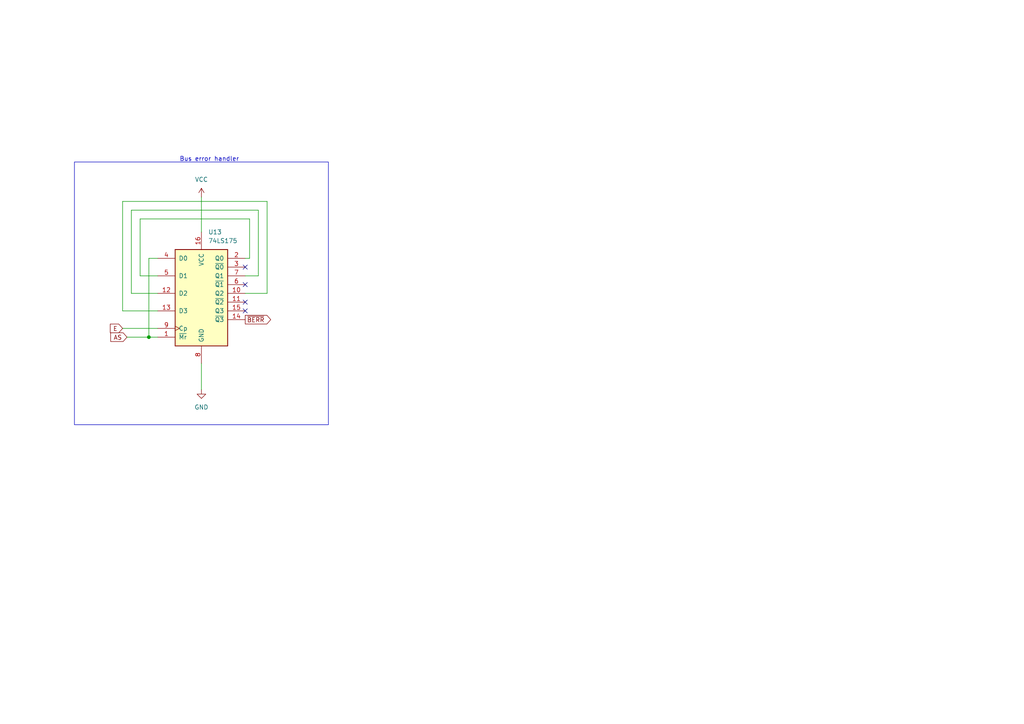
<source format=kicad_sch>
(kicad_sch (version 20230121) (generator eeschema)

  (uuid 2e100f25-c1f7-4aef-9a63-1c4bc3dfd5c0)

  (paper "A4")

  (title_block
    (title "Mats Brorson 68010 SBC Bus Arbitration")
    (date "2024-01-01")
    (rev "1.0-alpha")
  )

  (lib_symbols
    (symbol "74xx:74LS175" (pin_names (offset 1.016)) (in_bom yes) (on_board yes)
      (property "Reference" "U" (at -7.62 13.97 0)
        (effects (font (size 1.27 1.27)))
      )
      (property "Value" "74LS175" (at -7.62 -16.51 0)
        (effects (font (size 1.27 1.27)))
      )
      (property "Footprint" "" (at 0 0 0)
        (effects (font (size 1.27 1.27)) hide)
      )
      (property "Datasheet" "http://www.ti.com/lit/gpn/sn74LS175" (at 0 0 0)
        (effects (font (size 1.27 1.27)) hide)
      )
      (property "ki_locked" "" (at 0 0 0)
        (effects (font (size 1.27 1.27)))
      )
      (property "ki_keywords" "TTL REG REG4 DFF" (at 0 0 0)
        (effects (font (size 1.27 1.27)) hide)
      )
      (property "ki_description" "4-bit D Flip-Flop, reset" (at 0 0 0)
        (effects (font (size 1.27 1.27)) hide)
      )
      (property "ki_fp_filters" "DIP?16*" (at 0 0 0)
        (effects (font (size 1.27 1.27)) hide)
      )
      (symbol "74LS175_1_0"
        (pin input line (at -12.7 -12.7 0) (length 5.08)
          (name "~{Mr}" (effects (font (size 1.27 1.27))))
          (number "1" (effects (font (size 1.27 1.27))))
        )
        (pin output line (at 12.7 0 180) (length 5.08)
          (name "Q2" (effects (font (size 1.27 1.27))))
          (number "10" (effects (font (size 1.27 1.27))))
        )
        (pin output line (at 12.7 -2.54 180) (length 5.08)
          (name "~{Q2}" (effects (font (size 1.27 1.27))))
          (number "11" (effects (font (size 1.27 1.27))))
        )
        (pin input line (at -12.7 0 0) (length 5.08)
          (name "D2" (effects (font (size 1.27 1.27))))
          (number "12" (effects (font (size 1.27 1.27))))
        )
        (pin input line (at -12.7 -5.08 0) (length 5.08)
          (name "D3" (effects (font (size 1.27 1.27))))
          (number "13" (effects (font (size 1.27 1.27))))
        )
        (pin output line (at 12.7 -7.62 180) (length 5.08)
          (name "~{Q3}" (effects (font (size 1.27 1.27))))
          (number "14" (effects (font (size 1.27 1.27))))
        )
        (pin output line (at 12.7 -5.08 180) (length 5.08)
          (name "Q3" (effects (font (size 1.27 1.27))))
          (number "15" (effects (font (size 1.27 1.27))))
        )
        (pin power_in line (at 0 17.78 270) (length 5.08)
          (name "VCC" (effects (font (size 1.27 1.27))))
          (number "16" (effects (font (size 1.27 1.27))))
        )
        (pin output line (at 12.7 10.16 180) (length 5.08)
          (name "Q0" (effects (font (size 1.27 1.27))))
          (number "2" (effects (font (size 1.27 1.27))))
        )
        (pin output line (at 12.7 7.62 180) (length 5.08)
          (name "~{Q0}" (effects (font (size 1.27 1.27))))
          (number "3" (effects (font (size 1.27 1.27))))
        )
        (pin input line (at -12.7 10.16 0) (length 5.08)
          (name "D0" (effects (font (size 1.27 1.27))))
          (number "4" (effects (font (size 1.27 1.27))))
        )
        (pin input line (at -12.7 5.08 0) (length 5.08)
          (name "D1" (effects (font (size 1.27 1.27))))
          (number "5" (effects (font (size 1.27 1.27))))
        )
        (pin output line (at 12.7 2.54 180) (length 5.08)
          (name "~{Q1}" (effects (font (size 1.27 1.27))))
          (number "6" (effects (font (size 1.27 1.27))))
        )
        (pin output line (at 12.7 5.08 180) (length 5.08)
          (name "Q1" (effects (font (size 1.27 1.27))))
          (number "7" (effects (font (size 1.27 1.27))))
        )
        (pin power_in line (at 0 -20.32 90) (length 5.08)
          (name "GND" (effects (font (size 1.27 1.27))))
          (number "8" (effects (font (size 1.27 1.27))))
        )
        (pin input clock (at -12.7 -10.16 0) (length 5.08)
          (name "Cp" (effects (font (size 1.27 1.27))))
          (number "9" (effects (font (size 1.27 1.27))))
        )
      )
      (symbol "74LS175_1_1"
        (rectangle (start -7.62 12.7) (end 7.62 -15.24)
          (stroke (width 0.254) (type default))
          (fill (type background))
        )
      )
    )
    (symbol "power:GND" (power) (pin_names (offset 0)) (in_bom yes) (on_board yes)
      (property "Reference" "#PWR" (at 0 -6.35 0)
        (effects (font (size 1.27 1.27)) hide)
      )
      (property "Value" "GND" (at 0 -3.81 0)
        (effects (font (size 1.27 1.27)))
      )
      (property "Footprint" "" (at 0 0 0)
        (effects (font (size 1.27 1.27)) hide)
      )
      (property "Datasheet" "" (at 0 0 0)
        (effects (font (size 1.27 1.27)) hide)
      )
      (property "ki_keywords" "global power" (at 0 0 0)
        (effects (font (size 1.27 1.27)) hide)
      )
      (property "ki_description" "Power symbol creates a global label with name \"GND\" , ground" (at 0 0 0)
        (effects (font (size 1.27 1.27)) hide)
      )
      (symbol "GND_0_1"
        (polyline
          (pts
            (xy 0 0)
            (xy 0 -1.27)
            (xy 1.27 -1.27)
            (xy 0 -2.54)
            (xy -1.27 -1.27)
            (xy 0 -1.27)
          )
          (stroke (width 0) (type default))
          (fill (type none))
        )
      )
      (symbol "GND_1_1"
        (pin power_in line (at 0 0 270) (length 0) hide
          (name "GND" (effects (font (size 1.27 1.27))))
          (number "1" (effects (font (size 1.27 1.27))))
        )
      )
    )
    (symbol "power:VCC" (power) (pin_names (offset 0)) (in_bom yes) (on_board yes)
      (property "Reference" "#PWR" (at 0 -3.81 0)
        (effects (font (size 1.27 1.27)) hide)
      )
      (property "Value" "VCC" (at 0 3.81 0)
        (effects (font (size 1.27 1.27)))
      )
      (property "Footprint" "" (at 0 0 0)
        (effects (font (size 1.27 1.27)) hide)
      )
      (property "Datasheet" "" (at 0 0 0)
        (effects (font (size 1.27 1.27)) hide)
      )
      (property "ki_keywords" "global power" (at 0 0 0)
        (effects (font (size 1.27 1.27)) hide)
      )
      (property "ki_description" "Power symbol creates a global label with name \"VCC\"" (at 0 0 0)
        (effects (font (size 1.27 1.27)) hide)
      )
      (symbol "VCC_0_1"
        (polyline
          (pts
            (xy -0.762 1.27)
            (xy 0 2.54)
          )
          (stroke (width 0) (type default))
          (fill (type none))
        )
        (polyline
          (pts
            (xy 0 0)
            (xy 0 2.54)
          )
          (stroke (width 0) (type default))
          (fill (type none))
        )
        (polyline
          (pts
            (xy 0 2.54)
            (xy 0.762 1.27)
          )
          (stroke (width 0) (type default))
          (fill (type none))
        )
      )
      (symbol "VCC_1_1"
        (pin power_in line (at 0 0 90) (length 0) hide
          (name "VCC" (effects (font (size 1.27 1.27))))
          (number "1" (effects (font (size 1.27 1.27))))
        )
      )
    )
  )

  (junction (at 43.18 97.79) (diameter 0) (color 0 0 0 0)
    (uuid 26188028-a898-4684-9a64-ea66afbfce57)
  )

  (no_connect (at 71.12 87.63) (uuid 0c01dc06-b09f-410d-85cf-6074d56b9eb1))
  (no_connect (at 71.12 90.17) (uuid 90ba9288-bf02-45ce-b7d1-7f806378c3b4))
  (no_connect (at 71.12 82.55) (uuid b0313f49-dabe-4e41-a88f-c63dfbc2a964))
  (no_connect (at 71.12 77.47) (uuid f7aa54cc-d234-4e9d-aa65-c84a8dacd0db))

  (wire (pts (xy 71.12 80.01) (xy 74.93 80.01))
    (stroke (width 0) (type default))
    (uuid 01fe35ac-bea0-45eb-adf2-f7a68bb68910)
  )
  (wire (pts (xy 43.18 74.93) (xy 43.18 97.79))
    (stroke (width 0) (type default))
    (uuid 032f1bec-23ee-4221-802e-865043c871b6)
  )
  (wire (pts (xy 58.42 57.15) (xy 58.42 67.31))
    (stroke (width 0) (type default))
    (uuid 0f8dc217-3b2d-4749-882b-8f6fca754faf)
  )
  (wire (pts (xy 77.47 85.09) (xy 77.47 58.42))
    (stroke (width 0) (type default))
    (uuid 11509be8-d237-49b5-8c26-c6897e585c65)
  )
  (wire (pts (xy 74.93 80.01) (xy 74.93 60.96))
    (stroke (width 0) (type default))
    (uuid 1b35976e-5910-4a09-8f9c-2089ca97dd44)
  )
  (wire (pts (xy 38.1 85.09) (xy 45.72 85.09))
    (stroke (width 0) (type default))
    (uuid 46e4594a-759c-420d-b133-497ef9c44b00)
  )
  (wire (pts (xy 72.39 74.93) (xy 72.39 63.5))
    (stroke (width 0) (type default))
    (uuid 5ab29b64-95fd-4e55-b057-8288cf23f9eb)
  )
  (wire (pts (xy 35.56 90.17) (xy 45.72 90.17))
    (stroke (width 0) (type default))
    (uuid 62add61b-3b51-4aea-85f9-f68ae6062649)
  )
  (wire (pts (xy 35.56 58.42) (xy 35.56 90.17))
    (stroke (width 0) (type default))
    (uuid 67db568c-b684-43f3-a3c0-50fd87ff4a9c)
  )
  (wire (pts (xy 72.39 63.5) (xy 40.64 63.5))
    (stroke (width 0) (type default))
    (uuid 6d7b7595-97b0-4b3b-8f71-a228510870f8)
  )
  (wire (pts (xy 74.93 60.96) (xy 38.1 60.96))
    (stroke (width 0) (type default))
    (uuid 825a8926-ca4e-43c7-88d4-3beecbf32a48)
  )
  (wire (pts (xy 45.72 74.93) (xy 43.18 74.93))
    (stroke (width 0) (type default))
    (uuid 862125e0-b2ef-4d53-9655-1176c1b7f0da)
  )
  (wire (pts (xy 35.56 95.25) (xy 45.72 95.25))
    (stroke (width 0) (type default))
    (uuid 8b74c062-316c-403d-870b-5ce3b0c11eb1)
  )
  (wire (pts (xy 40.64 63.5) (xy 40.64 80.01))
    (stroke (width 0) (type default))
    (uuid 8e701320-432c-4ad6-aa63-1a3777653ec5)
  )
  (wire (pts (xy 71.12 74.93) (xy 72.39 74.93))
    (stroke (width 0) (type default))
    (uuid 9e2732f9-ec70-4b89-9d36-115756f87730)
  )
  (wire (pts (xy 43.18 97.79) (xy 45.72 97.79))
    (stroke (width 0) (type default))
    (uuid aedea9be-73bf-4ae4-b74f-d449cfab3bb0)
  )
  (wire (pts (xy 58.42 105.41) (xy 58.42 113.03))
    (stroke (width 0) (type default))
    (uuid af637ea4-9927-481e-b6d5-684d5441316d)
  )
  (wire (pts (xy 77.47 58.42) (xy 35.56 58.42))
    (stroke (width 0) (type default))
    (uuid b38fea2d-bd7a-492e-8239-b38f04b506df)
  )
  (wire (pts (xy 40.64 80.01) (xy 45.72 80.01))
    (stroke (width 0) (type default))
    (uuid c5c60c7b-7ed0-4615-83d1-bb5f601abc20)
  )
  (wire (pts (xy 71.12 85.09) (xy 77.47 85.09))
    (stroke (width 0) (type default))
    (uuid ec617505-6991-4a6f-9855-4ca22c805523)
  )
  (wire (pts (xy 36.83 97.79) (xy 43.18 97.79))
    (stroke (width 0) (type default))
    (uuid ecb63423-0fb0-419c-a004-a044a14de135)
  )
  (wire (pts (xy 38.1 60.96) (xy 38.1 85.09))
    (stroke (width 0) (type default))
    (uuid ef3abea2-4180-4229-9cd6-7ec991c7bd30)
  )

  (rectangle (start 21.59 46.99) (end 95.25 123.19)
    (stroke (width 0) (type default))
    (fill (type none))
    (uuid 70404128-55c6-496f-9d91-19744624b006)
  )

  (text "Bus error handler" (at 52.07 46.99 0)
    (effects (font (size 1.27 1.27)) (justify left bottom))
    (uuid bce9e9f5-9716-492b-929c-9078a4e105ac)
  )

  (global_label "~{BERR}" (shape output) (at 71.12 92.71 0) (fields_autoplaced)
    (effects (font (size 1.27 1.27)) (justify left))
    (uuid 1931c9a8-7ed7-4e47-9c0b-2e014d60976d)
    (property "Intersheetrefs" "${INTERSHEET_REFS}" (at 78.9848 92.71 0)
      (effects (font (size 1.27 1.27)) (justify left) hide)
    )
  )
  (global_label "AS" (shape input) (at 36.83 97.79 180) (fields_autoplaced)
    (effects (font (size 1.27 1.27)) (justify right))
    (uuid 7e523e07-caa9-4025-ba04-3544a6a7c1f9)
    (property "Intersheetrefs" "${INTERSHEET_REFS}" (at 31.6261 97.79 0)
      (effects (font (size 1.27 1.27)) (justify right) hide)
    )
  )
  (global_label "E" (shape input) (at 35.56 95.25 180) (fields_autoplaced)
    (effects (font (size 1.27 1.27)) (justify right))
    (uuid c8388028-2fc9-41d8-876e-82fbaec0b494)
    (property "Intersheetrefs" "${INTERSHEET_REFS}" (at 31.5052 95.25 0)
      (effects (font (size 1.27 1.27)) (justify right) hide)
    )
  )

  (symbol (lib_id "power:VCC") (at 58.42 57.15 0) (unit 1)
    (in_bom yes) (on_board yes) (dnp no) (fields_autoplaced)
    (uuid 7e5373ad-f70f-4080-9c47-db2b7cda330f)
    (property "Reference" "#PWR041" (at 58.42 60.96 0)
      (effects (font (size 1.27 1.27)) hide)
    )
    (property "Value" "VCC" (at 58.42 52.07 0)
      (effects (font (size 1.27 1.27)))
    )
    (property "Footprint" "" (at 58.42 57.15 0)
      (effects (font (size 1.27 1.27)) hide)
    )
    (property "Datasheet" "" (at 58.42 57.15 0)
      (effects (font (size 1.27 1.27)) hide)
    )
    (pin "1" (uuid 54645d67-be5d-4f9e-b171-9fe68b487414))
    (instances
      (project "mb68k"
        (path "/e63e39d7-6ac0-4ffd-8aa3-1841a4541b55/9fd2bd3c-9347-4575-b465-a62477559a86"
          (reference "#PWR041") (unit 1)
        )
      )
    )
  )

  (symbol (lib_id "power:GND") (at 58.42 113.03 0) (unit 1)
    (in_bom yes) (on_board yes) (dnp no) (fields_autoplaced)
    (uuid e19a4a8d-777d-4ed1-ab9b-d3c8acc9f511)
    (property "Reference" "#PWR040" (at 58.42 119.38 0)
      (effects (font (size 1.27 1.27)) hide)
    )
    (property "Value" "GND" (at 58.42 118.11 0)
      (effects (font (size 1.27 1.27)))
    )
    (property "Footprint" "" (at 58.42 113.03 0)
      (effects (font (size 1.27 1.27)) hide)
    )
    (property "Datasheet" "" (at 58.42 113.03 0)
      (effects (font (size 1.27 1.27)) hide)
    )
    (pin "1" (uuid 13b4b109-55c2-4816-97e6-151b4236b263))
    (instances
      (project "mb68k"
        (path "/e63e39d7-6ac0-4ffd-8aa3-1841a4541b55/9fd2bd3c-9347-4575-b465-a62477559a86"
          (reference "#PWR040") (unit 1)
        )
      )
    )
  )

  (symbol (lib_id "74xx:74LS175") (at 58.42 85.09 0) (unit 1)
    (in_bom yes) (on_board yes) (dnp no) (fields_autoplaced)
    (uuid e1e9e39e-e5b4-4d65-80de-de41e46a85d1)
    (property "Reference" "U13" (at 60.3759 67.31 0)
      (effects (font (size 1.27 1.27)) (justify left))
    )
    (property "Value" "74LS175" (at 60.3759 69.85 0)
      (effects (font (size 1.27 1.27)) (justify left))
    )
    (property "Footprint" "" (at 58.42 85.09 0)
      (effects (font (size 1.27 1.27)) hide)
    )
    (property "Datasheet" "http://www.ti.com/lit/gpn/sn74LS175" (at 58.42 85.09 0)
      (effects (font (size 1.27 1.27)) hide)
    )
    (pin "1" (uuid 8384df02-3b07-4a21-b8e9-6ff643339e5c))
    (pin "10" (uuid 055d822c-f2fb-40c8-ab34-9f4b70bdf4b2))
    (pin "11" (uuid bc8c1578-9455-4215-840b-db0ad43d8aed))
    (pin "12" (uuid 90088f4f-d5f1-4ed8-b7ba-822dc1138b72))
    (pin "13" (uuid 8b2bd567-a327-41f7-8ad2-faf6baf6b079))
    (pin "14" (uuid 7f9c4ece-3f12-422b-8409-3a99cc538582))
    (pin "15" (uuid 6a686cac-78b4-465d-b43e-a7b9abb461df))
    (pin "16" (uuid 1e197ef0-5ae5-43ff-baae-5e5ce1038744))
    (pin "2" (uuid 677d22b9-588e-447d-80a7-2ca87f58ccf7))
    (pin "3" (uuid 62909ed1-1b4d-4b4a-a7c0-09d92dbc823d))
    (pin "4" (uuid b01fb91a-1999-42f8-84ee-b1f45eff98c5))
    (pin "5" (uuid b9d547ec-3c56-452c-a7c9-433ecd2d7e54))
    (pin "6" (uuid dd59c207-e2f9-4b42-88d7-ba456b8eacd4))
    (pin "7" (uuid 139f2748-7b50-40b6-aaf8-9d8ff2f31b56))
    (pin "8" (uuid 0afe3008-866e-4fe7-a7a3-7b76ec607c07))
    (pin "9" (uuid bc556c2a-410e-420c-b738-2e023a3503fd))
    (instances
      (project "mb68k"
        (path "/e63e39d7-6ac0-4ffd-8aa3-1841a4541b55/9fd2bd3c-9347-4575-b465-a62477559a86"
          (reference "U13") (unit 1)
        )
      )
    )
  )
)

</source>
